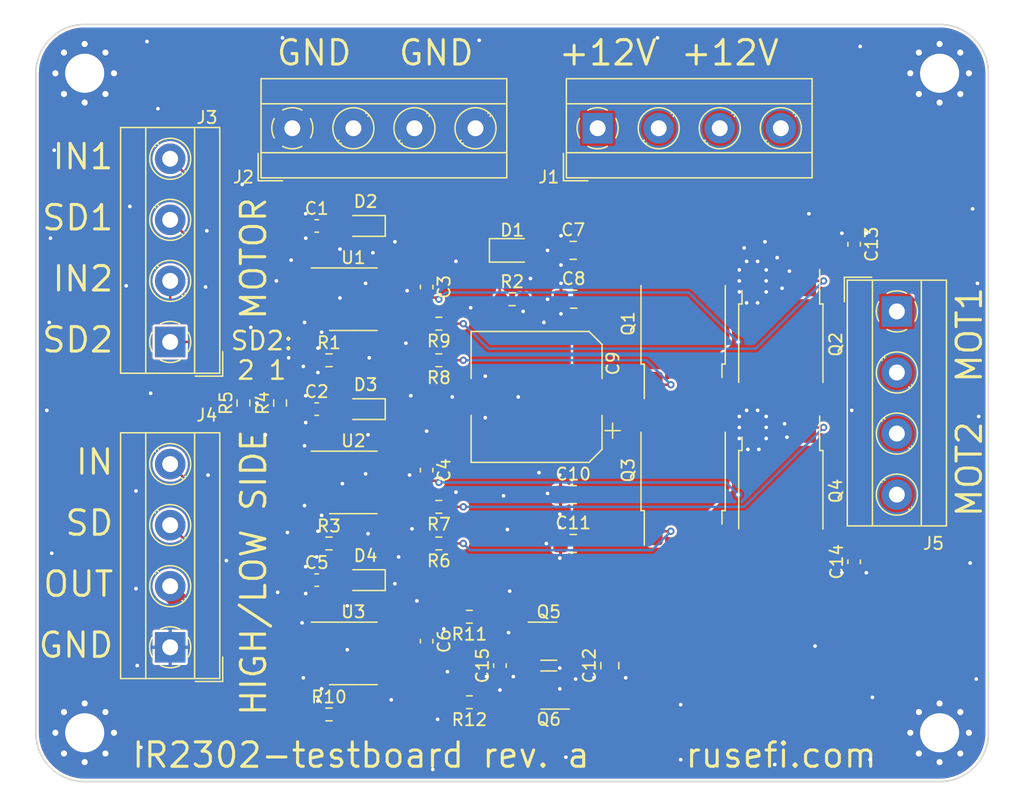
<source format=kicad_pcb>
(kicad_pcb (version 20221018) (generator pcbnew)
  (title_block (title "IR2302-testboard") (date "2023-04-14") (rev "Rev. a") (company "http://rusefi.com/"))
  (layers (0 "F.Cu" signal) (31 "B.Cu" signal) (34 "B.Paste" user) (35 "F.Paste" user) (36 "B.SilkS" user "B.Silkscreen") (37 "F.SilkS" user "F.Silkscreen") (38 "B.Mask" user) (39 "F.Mask" user) (44 "Edge.Cuts" user))
  (net 0 "")
  (net 1 "GND")
  (net 2 "+12V")
  (net 3 "Net-(D2-K)")
  (net 4 "Net-(J5-Pin_3)")
  (net 5 "Net-(D3-K)")
  (net 6 "Net-(J5-Pin_1)")
  (net 7 "Net-(D4-K)")
  (net 8 "Net-(J4-Pin_2)")
  (net 9 "Net-(D1-K)")
  (net 10 "Net-(J3-Pin_1)")
  (net 11 "Net-(J3-Pin_2)")
  (net 12 "Net-(J3-Pin_3)")
  (net 13 "Net-(J3-Pin_4)")
  (net 14 "Net-(J4-Pin_3)")
  (net 15 "Net-(J4-Pin_4)")
  (net 16 "Net-(Q1-G)")
  (net 17 "Net-(Q2-G)")
  (net 18 "Net-(Q3-G)")
  (net 19 "Net-(Q4-G)")
  (net 20 "Net-(Q5-G)")
  (net 21 "Net-(Q6-G)")
  (net 22 "Net-(U2-~{SD})")
  (net 23 "Net-(U2-HO)")
  (net 24 "Net-(U2-LO)")
  (net 25 "Net-(U1-HO)")
  (net 26 "Net-(U1-LO)")
  (net 27 "Net-(U3-HO)")
  (net 28 "Net-(U3-LO)")
  (footprint "Capacitor_SMD:C_0805_2012Metric_Pad1.18x1.45mm_HandSolder" (layer "F.Cu") (at 117 134.5 90)
    (fp_text reference "C12")
    (fp_text value "10u")
  )
  (footprint "Capacitor_SMD:C_0603_1608Metric_Pad1.08x0.95mm_HandSolder" (layer "F.Cu") (at 108 134.5 90)
    (fp_text reference "C15")
    (fp_text value "10n")
  )
  (footprint "Package_TO_SOT_SMD:TO-252-2" (layer "F.Cu") (at 123 106.5 90)
    (fp_text reference "Q1")
    (fp_text value "IRFR7440")
  )
  (footprint "Capacitor_SMD:C_0603_1608Metric_Pad1.08x0.95mm_HandSolder" (layer "F.Cu") (at 93 113.5)
    (fp_text reference "C2")
    (fp_text value "100n")
  )
  (footprint "Resistor_SMD:R_0603_1608Metric" (layer "F.Cu") (at 103 121.5 180)
    (fp_text reference "R7")
    (fp_text value "10")
  )
  (footprint "Capacitor_SMD:C_0603_1608Metric_Pad1.08x0.95mm_HandSolder" (layer "F.Cu") (at 102 132.5 -90)
    (fp_text reference "C6")
    (fp_text value "100n")
  )
  (footprint "Package_TO_SOT_SMD:TO-252-2" (layer "F.Cu") (at 131 120.2 -90)
    (fp_text reference "Q4")
    (fp_text value "IRFR7440")
  )
  (footprint "MountingHole:MountingHole_3.2mm_M3_Pad_Via" (layer "F.Cu") (at 144 140)
    (fp_text reference "H1" hide)
    (fp_text value "MountingHole_Pad")
  )
  (footprint "TerminalBlock_MetzConnect:TerminalBlock_MetzConnect_Type055_RT01504HDWU_1x04_P5.00mm_Horizontal" (layer "F.Cu") (at 116 90.5)
    (fp_text reference "J1")
    (fp_text value "Screw_Terminal_01x04")
  )
  (footprint "Capacitor_SMD:C_0603_1608Metric_Pad1.08x0.95mm_HandSolder" (layer "F.Cu") (at 102 103.5 -90)
    (fp_text reference "C3")
    (fp_text value "100n")
  )
  (footprint "Capacitor_SMD:C_0603_1608Metric_Pad1.08x0.95mm_HandSolder" (layer "F.Cu") (at 93 98.5)
    (fp_text reference "C1")
    (fp_text value "100n")
  )
  (footprint "Resistor_SMD:R_0603_1608Metric_Pad0.98x0.95mm_HandSolder" (layer "F.Cu") (at 94 138.5)
    (fp_text reference "R10")
    (fp_text value "4.7k")
  )
  (footprint "Resistor_SMD:R_0603_1608Metric_Pad0.98x0.95mm_HandSolder" (layer "F.Cu") (at 109 104.5)
    (fp_text reference "R2")
    (fp_text value "4.7k")
  )
  (footprint "TerminalBlock_MetzConnect:TerminalBlock_MetzConnect_Type055_RT01504HDWU_1x04_P5.00mm_Horizontal" (layer "F.Cu") (at 81 108 90)
    (fp_text reference "J3")
    (fp_text value "Screw_Terminal_01x04")
  )
  (footprint "LED_SMD:LED_0805_2012Metric_Pad1.15x1.40mm_HandSolder" (layer "F.Cu") (at 109 100.5)
    (fp_text reference "D1")
    (fp_text value "Green")
  )
  (footprint "MountingHole:MountingHole_3.2mm_M3_Pad_Via" (layer "F.Cu") (at 144 86)
    (fp_text reference "H2" hide)
    (fp_text value "MountingHole_Pad")
  )
  (footprint "Capacitor_SMD:C_0603_1608Metric_Pad1.08x0.95mm_HandSolder" (layer "F.Cu") (at 102 118.5 -90)
    (fp_text reference "C4")
    (fp_text value "100n")
  )
  (footprint "Capacitor_SMD:C_0805_2012Metric_Pad1.18x1.45mm_HandSolder" (layer "F.Cu") (at 114 100.5)
    (fp_text reference "C7")
    (fp_text value "10u")
  )
  (footprint "Capacitor_SMD:C_0805_2012Metric_Pad1.18x1.45mm_HandSolder" (layer "F.Cu") (at 114 120.5)
    (fp_text reference "C10")
    (fp_text value "10u")
  )
  (footprint "Resistor_SMD:R_0603_1608Metric_Pad0.98x0.95mm_HandSolder" (layer "F.Cu") (at 94 109.5)
    (fp_text reference "R1")
    (fp_text value "4.7k")
  )
  (footprint "TerminalBlock_MetzConnect:TerminalBlock_MetzConnect_Type055_RT01504HDWU_1x04_P5.00mm_Horizontal" (layer "F.Cu") (at 81 133 90)
    (fp_text reference "J4")
    (fp_text value "Screw_Terminal_01x04")
  )
  (footprint "Package_TO_SOT_SMD:SOT-23" (layer "F.Cu") (at 112 132.5)
    (fp_text reference "Q5")
    (fp_text value "AO3400A")
  )
  (footprint "Package_SO:SO-8_3.9x4.9mm_P1.27mm" (layer "F.Cu") (at 96 119.5)
    (fp_text reference "U2")
    (fp_text value "IR2302")
  )
  (footprint "Diode_SMD:D_SOD-323" (layer "F.Cu") (at 97 127.5 180)
    (fp_text reference "D4")
    (fp_text value "1N5819WS")
  )
  (footprint "TerminalBlock_MetzConnect:TerminalBlock_MetzConnect_Type055_RT01504HDWU_1x04_P5.00mm_Horizontal" (layer "F.Cu") (at 91 90.5)
    (fp_text reference "J2")
    (fp_text value "Screw_Terminal_01x04")
  )
  (footprint "Resistor_SMD:R_0603_1608Metric_Pad0.98x0.95mm_HandSolder" (layer "F.Cu") (at 90 113 90)
    (fp_text reference "R4")
    (fp_text value "0")
  )
  (footprint "Resistor_SMD:R_0603_1608Metric" (layer "F.Cu") (at 105.5 130.5 180)
    (fp_text reference "R11")
    (fp_text value "10")
  )
  (footprint "Resistor_SMD:R_0603_1608Metric_Pad0.98x0.95mm_HandSolder" (layer "F.Cu") (at 87 113 90)
    (fp_text reference "R5")
    (fp_text value "DNP")
  )
  (footprint "Diode_SMD:D_SOD-323" (layer "F.Cu") (at 97 98.5 180)
    (fp_text reference "D2")
    (fp_text value "1N5819WS")
  )
  (footprint "Resistor_SMD:R_0603_1608Metric_Pad0.98x0.95mm_HandSolder" (layer "F.Cu") (at 94 124.5)
    (fp_text reference "R3")
    (fp_text value "4.7k")
  )
  (footprint "Package_TO_SOT_SMD:TO-252-2" (layer "F.Cu") (at 123 118.5 90)
    (fp_text reference "Q3")
    (fp_text value "IRFR7440")
  )
  (footprint "Capacitor_SMD:C_0805_2012Metric_Pad1.18x1.45mm_HandSolder" (layer "F.Cu") (at 114.0375 104.5)
    (fp_text reference "C8")
    (fp_text value "10u")
  )
  (footprint "Package_SO:SO-8_3.9x4.9mm_P1.27mm" (layer "F.Cu") (at 96 133.5)
    (fp_text reference "U3")
    (fp_text value "IR2302")
  )
  (footprint "Resistor_SMD:R_0603_1608Metric" (layer "F.Cu") (at 103 109.5 180)
    (fp_text reference "R8")
    (fp_text value "10")
  )
  (footprint "Package_SO:SO-8_3.9x4.9mm_P1.27mm" (layer "F.Cu") (at 96 104.5)
    (fp_text reference "U1")
    (fp_text value "IR2302")
  )
  (footprint "Capacitor_SMD:C_0603_1608Metric_Pad1.08x0.95mm_HandSolder" (layer "F.Cu") (at 137 100 -90)
    (fp_text reference "C13")
    (fp_text value "10n")
  )
  (footprint "Package_TO_SOT_SMD:SOT-23" (layer "F.Cu") (at 112 136.5 180)
    (fp_text reference "Q6")
    (fp_text value "AO3400A")
  )
  (footprint "Diode_SMD:D_SOD-323" (layer "F.Cu") (at 97 113.5 180)
    (fp_text reference "D3")
    (fp_text value "1N5819WS")
  )
  (footprint "MountingHole:MountingHole_3.2mm_M3_Pad_Via" (layer "F.Cu") (at 74 140)
    (fp_text reference "H3" hide)
    (fp_text value "MountingHole_Pad")
  )
  (footprint "Resistor_SMD:R_0603_1608Metric" (layer "F.Cu") (at 103 124.5 180)
    (fp_text reference "R6")
    (fp_text value "10")
  )
  (footprint "Capacitor_SMD:C_0603_1608Metric_Pad1.08x0.95mm_HandSolder" (layer "F.Cu") (at 93 127.5)
    (fp_text reference "C5")
    (fp_text value "100n")
  )
  (footprint "MountingHole:MountingHole_3.2mm_M3_Pad_Via" (layer "F.Cu") (at 74 86)
    (fp_text reference "H4" hide)
    (fp_text value "MountingHole_Pad")
  )
  (footprint "Resistor_SMD:R_0603_1608Metric" (layer "F.Cu") (at 105.5 137.5 180)
    (fp_text reference "R12")
    (fp_text value "10")
  )
  (footprint "Package_TO_SOT_SMD:TO-252-2" (layer "F.Cu") (at 131 108.2 -90)
    (fp_text reference "Q2")
    (fp_text value "IRFR7440")
  )
  (footprint "Capacitor_SMD:C_0603_1608Metric_Pad1.08x0.95mm_HandSolder" (layer "F.Cu") (at 137 126 90)
    (fp_text reference "C14")
    (fp_text value "10n")
  )
  (footprint "TerminalBlock_MetzConnect:TerminalBlock_MetzConnect_Type055_RT01504HDWU_1x04_P5.00mm_Horizontal" (layer "F.Cu") (at 140.5 105.5 -90)
    (fp_text reference "J5")
    (fp_text value "Screw_Terminal_01x04")
  )
  (footprint "Resistor_SMD:R_0603_1608Metric" (layer "F.Cu") (at 103 106.5 180)
    (fp_text reference "R9")
    (fp_text value "10")
  )
  (footprint "Capacitor_SMD:C_0805_2012Metric_Pad1.18x1.45mm_HandSolder" (layer "F.Cu") (at 114 124.5)
    (fp_text reference "C11")
    (fp_text value "10u")
  )
  (footprint "Capacitor_SMD:CP_Elec_10x10.5" (layer "F.Cu") (at 111 112.5 180)
    (fp_text reference "C9")
    (fp_text value "470u")
  )
  (gr_line (start 144 82) (end 74 82) (stroke (width 0.127)) (layer "Edge.Cuts"))
  (gr_arc (start 144 82) (mid 146.828427 83.171573) (end 148 86) (stroke (width 0.127)) (layer "Edge.Cuts"))
  (gr_arc (start 74 144) (mid 71.171573 142.828427) (end 70 140) (stroke (width 0.127)) (layer "Edge.Cuts"))
  (gr_arc (start 148 140) (mid 146.828427 142.828427) (end 144 144) (stroke (width 0.127)) (layer "Edge.Cuts"))
  (gr_line (start 74 144) (end 144 144) (stroke (width 0.127)) (layer "Edge.Cuts"))
  (gr_arc (start 70 86) (mid 71.171573 83.171573) (end 74 82) (stroke (width 0.127)) (layer "Edge.Cuts"))
  (gr_line (start 70 86) (end 70 140) (stroke (width 0.127)) (layer "Edge.Cuts"))
  (gr_line (start 148 140) (end 148 86) (stroke (width 0.127)) (layer "Edge.Cuts"))
  (gr_text "GND" (at 96 85.5) (layer "F.SilkS") (effects (font (size 2 2) (thickness 0.25)) (justify right bottom)))
  (gr_text "MOT2" (at 147.606585 114.346857 90) (layer "F.SilkS") (effects (font (size 2 2) (thickness 0.25)) (justify right bottom)))
  (gr_text "GND" (at 106 85.5) (layer "F.SilkS") (effects (font (size 2 2) (thickness 0.25)) (justify right bottom)))
  (gr_text "SD" (at 76.5 124) (layer "F.SilkS") (effects (font (size 2 2) (thickness 0.25)) (justify right bottom)))
  (gr_text "IN" (at 76.5 119) (layer "F.SilkS") (effects (font (size 2 2) (thickness 0.25)) (justify right bottom)))
  (gr_text "OUT" (at 76.5 129) (layer "F.SilkS") (effects (font (size 2 2) (thickness 0.25)) (justify right bottom)))
  (gr_text "SD2" (at 76.5 109) (layer "F.SilkS") (effects (font (size 2 2) (thickness 0.25)) (justify right bottom)))
  (gr_text "MOT1" (at 147.606585 103.346857 90) (layer "F.SilkS") (effects (font (size 2 2) (thickness 0.25)) (justify right bottom)))
  (gr_text "IN1" (at 76.5 94) (layer "F.SilkS") (effects (font (size 2 2) (thickness 0.25)) (justify right bottom)))
  (gr_text "SD2:\n2 1" (at 88.5 111.2) (layer "F.SilkS") (effects (font (size 1.5 1.5) (thickness 0.2)) (justify bottom)))
  (gr_text "GND" (at 76.5 134) (layer "F.SilkS") (effects (font (size 2 2) (thickness 0.25)) (justify right bottom)))
  (gr_text "IN2" (at 76.5 104) (layer "F.SilkS") (effects (font (size 2 2) (thickness 0.25)) (justify right bottom)))
  (gr_text "+12V" (at 131 85.5) (layer "F.SilkS") (effects (font (size 2 2) (thickness 0.25)) (justify right bottom)))
  (gr_text "+12V" (at 121 85.5) (layer "F.SilkS") (effects (font (size 2 2) (thickness 0.25)) (justify right bottom)))
  (gr_text "MOTOR" (at 89 96 90) (layer "F.SilkS") (effects (font (size 2 2) (thickness 0.25)) (justify right bottom)))
  (gr_text "HIGH/LOW SIDE" (at 89 115 90) (layer "F.SilkS") (effects (font (size 2 2) (thickness 0.25)) (justify right bottom)))
  (gr_text "SD1" (at 76.5 99) (layer "F.SilkS") (effects (font (size 2 2) (thickness 0.25)) (justify right bottom)))
  (gr_text "rusefi.com" (at 139 143) (layer "F.SilkS") (effects (font (size 2 2) (thickness 0.25)) (justify right bottom)))
  (gr_text "IR2302-testboard rev. a" (at 115.5 143) (layer "F.SilkS") (effects (font (size 2 2) (thickness 0.25)) (justify right bottom)))
  (via (at 129.8 115.9) (size 0.6) (drill 0.3) (layers "F.Cu" "B.Cu") (net 1))
  (via (at 93.4 122.2) (size 0.6) (drill 0.3) (layers "F.Cu" "B.Cu") (net 1))
  (via (at 138 99.1) (size 0.6) (drill 0.3) (layers "F.Cu" "B.Cu") (net 1))
  (via (at 100.7 112.4) (size 0.6) (drill 0.3) (layers "F.Cu" "B.Cu") (net 1))
  (via (at 84.1 118.9) (size 0.6) (drill 0.3) (layers "F.Cu" "B.Cu") (net 1))
  (via (at 95.5 129.6) (size 0.6) (drill 0.3) (layers "F.Cu" "B.Cu") (net 1))
  (via (at 77.7 96.9) (size 0.6) (drill 0.3) (layers "F.Cu" "B.Cu") (net 1))
  (via (at 106.3 83.3) (size 0.6) (drill 0.3) (layers "F.Cu" "B.Cu") (net 1))
  (via (at 113 101.7) (size 0.6) (drill 0.3) (layers "F.Cu" "B.Cu") (net 1))
  (via (at 102 115.3) (size 0.6) (drill 0.3) (layers "F.Cu" "B.Cu") (net 1))
  (via (at 92.1 128.6) (size 0.6) (drill 0.3) (layers "F.Cu" "B.Cu") (net 1))
  (via (at 108.8 128.4) (size 0.6) (drill 0.3) (layers "F.Cu" "B.Cu") (net 1))
  (via (at 127.6 114.1) (size 0.6) (drill 0.3) (layers "F.Cu" "B.Cu") (net 1))
  (via (at 138 126.9) (size 0.6) (drill 0.3) (layers "F.Cu" "B.Cu") (net 1))
  (via (at 89.8 128.5) (size 0.6) (drill 0.3) (layers "F.Cu" "B.Cu") (net 1))
  (via (at 129.8 114.1) (size 0.6) (drill 0.3) (layers "F.Cu" "B.Cu") (net 1))
  (via (at 91.9 110) (size 0.6) (drill 0.3) (layers "F.Cu" "B.Cu") (net 1))
  (via (at 90.6 123.6) (size 0.6) (drill 0.3) (layers "F.Cu" "B.Cu") (net 1))
  (via (at 97 103.2) (size 0.6) (drill 0.3) (layers "F.Cu" "B.Cu") (net 1))
  (via (at 93.4 136.4) (size 0.6) (drill 0.3) (layers "F.Cu" "B.Cu") (net 1))
  (via (at 92.1 126.4) (size 0.6) (drill 0.3) (layers "F.Cu" "B.Cu") (net 1))
  (via (at 92.1 114.6) (size 0.6) (drill 0.3) (layers "F.Cu" "B.Cu") (net 1))
  (via (at 108.612116 123.356209) (size 0.6) (drill 0.3) (layers "F.Cu" "B.Cu") (net 1))
  (via (at 108.7 131.8) (size 0.6) (drill 0.3) (layers "F.Cu" "B.Cu") (net 1))
  (via (at 77.4 103.4) (size 0.6) (drill 0.3) (layers "F.Cu" "B.Cu") (net 1))
  (via (at 128.2 101.4) (size 0.6) (drill 0.3) (layers "F.Cu" "B.Cu") (net 1))
  (via (at 138.3 142.2) (size 0.6) (drill 0.3) (layers "F.Cu" "B.Cu") (net 1))
  (via (at 129.1 113.6) (size 0.6) (drill 0.3) (layers "F.Cu" "B.Cu") (net 1))
  (via (at 112.9 136.4) (size 0.6) (drill 0.3) (layers "F.Cu" "B.Cu") (net 1))
  (via (at 133.3 97.5) (size 0.6) (drill 0.3) (layers "F.Cu" "B.Cu") (net 1))
  (via (at 71.5 92.3) (size 0.6) (drill 0.3) (layers "F.Cu" "B.Cu") (net 1))
  (via (at 93.1 108.5) (size 0.6) (drill 0.3) (layers "F.Cu" "B.Cu") (net 1))
  (via (at 130.7 101.1) (size 0.6) (drill 0.3) (layers "F.Cu" "B.Cu") (net 1))
  (via (at 93 125.6) (size 0.6) (drill 0.3) (layers "F.Cu" "B.Cu") (net 1))
  (via (at 103.4 131.5) (size 0.6) (drill 0.3) (layers "F.Cu" "B.Cu") (net 1))
  (via (at 90.9 101.3) (size 0.6) (drill 0.3) (layers "F.Cu" "B.Cu") (net 1))
  (via (at 90.2 83.1) (size 0.6) (drill 0.3) (layers "F.Cu" "B.Cu") (net 1))
  (via (at 85.6 125.9) (size 0.6) (drill 0.3) (layers "F.Cu" "B.Cu") (net 1))
  (via (at 111.6 106.4) (size 0.6) (drill 0.3) (layers "F.Cu" "B.Cu") (net 1))
  (via (at 92.1 112.4) (size 0.6) (drill 0.3) (layers "F.Cu" "B.Cu") (net 1))
  (via (at 127.6 103) (size 0.6) (drill 0.3) (layers "F.Cu" "B.Cu") (net 1))
  (via (at 93.1 123.5) (size 0.6) (drill 0.3) (layers "F.Cu" "B.Cu") (net 1))
  (via (at 83.9 103.5) (size 0.6) (drill 0.3) (layers "F.Cu" "B.Cu") (net 1))
  (via (at 136.8 113.6) (size 0.6) (drill 0.3) (layers "F.Cu" "B.Cu") (net 1))
  (via (at 92 106.4) (size 0.6) (drill 0.3) (layers "F.Cu" "B.Cu") (net 1))
  (via (at 127.6 103.9) (size 0.6) (drill 0.3) (layers "F.Cu" "B.Cu") (net 1))
  (via (at 118.3 135.5) (size 0.6) (drill 0.3) (layers "F.Cu" "B.Cu") (net 1))
  (via (at 129.7 99.8) (size 0.6) (drill 0.3) (layers "F.Cu" "B.Cu") (net 1))
  (via (at 84 98.9) (size 0.6) (drill 0.3) (layers "F.Cu" "B.Cu") (net 1))
  (via (at 128.2 113.6) (size 0.6) (drill 0.3) (layers "F.Cu" "B.Cu") (net 1))
  (via (at 127.6 115) (size 0.6) (drill 0.3) (layers "F.Cu" "B.Cu") (net 1))
  (via (at 94.9 104.4) (size 0.6) (drill 0.3) (layers "F.Cu" "B.Cu") (net 1))
  (via (at 110.5 102.8) (size 0.6) (drill 0.3) (layers "F.Cu" "B.Cu") (net 1))
  (via (at 112.9 118.9) (size 0.6) (drill 0.3) (layers "F.Cu" "B.Cu") (net 1))
  (via (at 106.8 114.2) (size 0.6) (drill 0.3) (layers "F.Cu" "B.Cu") (net 1))
  (via (at 129.1 101.4) (size 0.6) (drill 0.3) (layers "F.Cu" "B.Cu") (net 1))
  (via (at 93.4 107.2) (size 0.6) (drill 0.3) (layers "F.Cu" "B.Cu") (net 1))
  (via (at 91.8 131) (size 0.6) (drill 0.3) (layers "F.Cu" "B.Cu") (net 1))
  (via (at 78.2 120.2) (size 0.6) (drill 0.3) (layers "F.Cu" "B.Cu") (net 1))
  (via (at 100.3 108.1) (size 0.6) (drill 0.3) (layers "F.Cu" "B.Cu") (net 1))
  (via (at 128.3 116.8) (size 0.6) (drill 0.3) (layers "F.Cu" "B.Cu") (net 1))
  (via (at 111.2 118.7) (size 0.6) (drill 0.3) (layers "F.Cu" "B.Cu") (net 1))
  (via (at 147 135.6) (size 0.6) (drill 0.3) (layers "F.Cu" "B.Cu") (net 1))
  (via (at 102.5 143) (size 0.6) (drill 0.3) (layers "F.Cu" "B.Cu") (net 1))
  (via (at 86.9 95.1) (size 0.6) (drill 0.3) (layers "F.Cu" "B.Cu") (net 1))
  (via (at 79.4 112.2) (size 0.6) (drill 0.3) (layers "F.Cu" "B.Cu") (net 1))
  (via (at 95.5 133.2) (size 0.6) (drill 0.3) (layers "F.Cu" "B.Cu") (net 1))
  (via (at 108.3 120.6) (size 0.6) (drill 0.3) (layers "F.Cu" "B.Cu") (net 1))
  (via (at 136 99.1) (size 0.6) (drill 0.3) (layers "F.Cu" "B.Cu") (net 1))
  (via (at 146.5 126.1) (size 0.6) (drill 0.3) (layers "F.Cu" "B.Cu") (net 1))
  (via (at 112.9 122.1) (size 0.6) (drill 0.3) (layers "F.Cu" "B.Cu") (net 1))
  (via (at 99.1 137.3) (size 0.6) (drill 0.3) (layers "F.Cu" "B.Cu") (net 1))
  (via (at 122.8 142.2) (size 0.6) (drill 0.3) (layers "F.Cu" "B.Cu") (net 1))
  (via (at 113.4 142) (size 0.6) (drill 0.3) (layers "F.Cu" "B.Cu") (net 1))
  (via (at 97.3 109.3) (size 0.6) (drill 0.3) (layers "F.Cu" "B.Cu") (net 1))
  (via (at 78.2 128.2) (size 0.6) (drill 0.3) (layers "F.Cu" "B.Cu") (net 1))
  (via (at 138.5 137.1) (size 0.6) (drill 0.3) (layers "F.Cu" "B.Cu") (net 1))
  (via (at 100.6 118.9) (size 0.6) (drill 0.3) (layers "F.Cu" "B.Cu") (net 1))
  (via (at 92.1 97.5) (size 0.6) (drill 0.3) (layers "F.Cu" "B.Cu") (net 1))
  (via (at 92 116.5) (size 0.6) (drill 0.3) (layers "F.Cu" "B.Cu") (net 1))
  (via (at 112.9 134.7) (size 0.6) (drill 0.3) (layers "F.Cu" "B.Cu") (net 1))
  (via (at 114.2 135.6) (size 0.6) (drill 0.3) (layers "F.Cu" "B.Cu") (net 1))
  (via (at 131.5 115.8) (size 0.6) (drill 0.3) (layers "F.Cu" "B.Cu") (net 1))
  (via (at 87.6 106.8) (size 0.6) (drill 0.3) (layers "F.Cu" "B.Cu") (net 1))
  (via (at 89.7 103) (size 0.6) (drill 0.3) (layers "F.Cu" "B.Cu") (net 1))
  (via (at 131.1 103.6) (size 0.6) (drill 0.3) (layers "F.Cu" "B.Cu") (net 1))
  (via (at 71.2 99.5) (size 0.6) (drill 0.3) (layers "F.Cu" "B.Cu") (net 1))
  (via (at 93.1 137.4) (size 0.6) (drill 0.3) (layers "F.Cu" "B.Cu") (net 1))
  (via (at 92.1 99.5) (size 0.6) (drill 0.3) (layers "F.Cu" "B.Cu") (net 1))
  (via (at 97.6 100.7) (size 0.6) (drill 0.3) (layers "F.Cu" "B.Cu") (net 1))
  (via (at 106.9 135.4) (size 0.6) (drill 0.3) (layers "F.Cu" "B.Cu") (net 1))
  (via (at 130.5 142.6) (size 0.6) (drill 0.3) (layers "F.Cu" "B.Cu") (net 1))
  (via (at 104.4 101.4) (size 0.6) (drill 0.3) (layers "F.Cu" "B.Cu") (net 1))
  (via (at 137.5 83.8) (size 0.6) (drill 0.3) (layers "F.Cu" "B.Cu") (net 1))
  (via (at 103.7 135) (size 0.6) (drill 0.3) (layers "F.Cu" "B.Cu") (net 1))
  (via (at 113 103.2) (size 0.6) (drill 0.3) (layers "F.Cu" "B.Cu") (net 1))
  (via (at 127.6 115.9) (size 0.6) (drill 0.3) (layers "F.Cu" "B.Cu") (net 1))
  (via (at 113 105.7) (size 0.6) (drill 0.3) (layers "F.Cu" "B.Cu") (net 1))
  (via (at 97.2 115.6) (size 0.6) (drill 0.3) (layers "F.Cu" "B.Cu") (net 1))
  (via (at 108 136.5) (size 0.6) (drill 0.3) (layers "F.Cu" "B.Cu") (net 1))
  (via (at 94.9 100.4) (size 0.6) (drill 0.3) (layers "F.Cu" "B.Cu") (net 1))
  (via (at 90.7 109.3) (size 0.6) (drill 0.3) (layers "F.Cu" "B.Cu") (net 1))
  (via (at 109.1 135.4) (size 0.6) (drill 0.3) (layers "F.Cu" "B.Cu") (net 1))
  (via (at 109.5 112.5) (size 0.6) (drill 0.3) (layers "F.Cu" "B.Cu") (net 1))
  (via (at 111.9 104.5) (size 0.6) (drill 0.3) (layers "F.Cu" "B.Cu") (net 1))
  (via (at 147.2 114.1) (size 0.6) (drill 0.3) (layers "F.Cu" "B.Cu") (net 1))
  (via (at 99.4 127.8) (size 0.6) (drill 0.3) (layers "F.Cu" "B.Cu") (net 1))
  (via (at 113 99.3) (size 0.6) (drill 0.3) (layers "F.Cu" "B.Cu") (net 1))
  (via (at 131.7 102.2) (size 0.6) (drill 0.3) (layers "F.Cu" "B.Cu") (net 1))
  (via (at 128.2 104.8) (size 0.6) (drill 0.3) (layers "F.Cu" "B.Cu") (net 1))
  (via (at 122.8 137.7) (size 0.6) (drill 0.3) (layers "F.Cu" "B.Cu") (net 1))
  (via (at 101.2 129.2) (size 0.6) (drill 0.3) (layers "F.Cu" "B.Cu") (net 1))
  (via (at 136 126.9) (size 0.6) (drill 0.3) (layers "F.Cu" "B.Cu") (net 1))
  (via (at 111.9 100.5) (size 0.6) (drill 0.3) (layers "F.Cu" "B.Cu") (net 1))
  (via (at 102.9 138.9) (size 0.6) (drill 0.3) (layers "F.Cu" "B.Cu") (net 1))
  (via (at 111.9 120.4) (size 0.6) (drill 0.3) (layers "F.Cu" "B.Cu") (net 1))
  (via (at 99.7 125.6) (size 0.6) (drill 0.3) (layers "F.Cu" "B.Cu") (net 1))
  (via (at 78.6 141.2) (size 0.6) (drill 0.3) (layers "F.Cu" "B.Cu") (net 1))
  (via (at 133.8 132.9) (size 0.6) (drill 0.3) (layers "F.Cu" "B.Cu") (net 1))
  (via (at 146.7 97.1) (size 0.6) (drill 0.3) (layers "F.Cu" "B.Cu") (net 1))
  (via (at 109.9 105.5) (size 0.6) (drill 0.3) (layers "F.Cu" "B.Cu") (net 1))
  (via (at 104.1 112.5) (size 0.6) (drill 0.3) (layers "F.Cu" "B.Cu") (net 1))
  (via (at 99.4 99.8) (size 0.6) (drill 0.3) (layers "F.Cu" "B.Cu") (net 1))
  (via (at 105.6 105.2) (size 0.6) (drill 0.3) (layers "F.Cu" "B.Cu") (net 1))
  (via (at 112.9 125.7) (size 0.6) (drill 0.3) (layers "F.Cu" "B.Cu") (net 1))
  (via (at 95.1 119.6) (size 0.6) (drill 0.3) (layers "F.Cu" "B.Cu") (net 1))
  (via (at 131.3 114.7) (size 0.6) (drill 0.3) (layers "F.Cu" "B.Cu") (net 1))
  (via (at 115.7 135.5) (size 0.6) (drill 0.3) (layers "F.Cu" "B.Cu") (net 1))
  (via (at 88.8 115.6) (size 0.6) (drill 0.3) (layers "F.Cu" "B.Cu") (net 1))
  (via (at 92 121.4) (size 0.6) (drill 0.3) (layers "F.Cu" "B.Cu") (net 1))
  (via (at 71.3 125.3) (size 0.6) (drill 0.3) (layers "F.Cu" "B.Cu") (net 1))
  (via (at 78.3 134.5) (size 0.6) (drill 0.3) (layers "F.Cu" "B.Cu") (net 1))
  (via (at 147.1 103.2) (size 0.6) (drill 0.3) (layers "F.Cu" "B.Cu") (net 1))
  (via (at 129.8 115) (size 0.6) (drill 0.3) (layers "F.Cu" "B.Cu") (net 1))
  (via (at 129.2 116.8) (size 0.6) (drill 0.3) (layers "F.Cu" "B.Cu") (net 1))
  (via (at 112.9 123.2) (size 0.6) (drill 0.3) (layers "F.Cu" "B.Cu") (net 1))
  (via (at 111.8 124.5) (size 0.6) (drill 0.3) (layers "F.Cu" "B.Cu") (net 1))
  (via (at 91.9 135.5) (size 0.6) (drill 0.3) (layers "F.Cu" "B.Cu") (net 1))
  (via (at 129.8 103) (size 0.6) (drill 0.3) (layers "F.Cu" "B.Cu") (net 1))
  (via (at 128 100.3) (size 0.6) (drill 0.3) (layers "F.Cu" "B.Cu") (net 1))
  (via (at 120.9 83.1) (size 0.6) (drill 0.3) (layers "F.Cu" "B.Cu") (net 1))
  (via (at 88.1 113) (size 0.6) (drill 0.3) (layers "F.Cu" "B.Cu") (net 1))
  (via (at 129.8 102.1) (size 0.6) (drill 0.3) (layers "F.Cu" "B.Cu") (net 1))
  (via (at 127.6 102.1) (size 0.6) (drill 0.3) (layers "F.Cu" "B.Cu") (net 1))
  (via (at 79.1 83.4) (size 0.6) (drill 0.3) (layers "F.Cu" "B.Cu") (net 1))
  (via (at 93.1 110.5) (size 0.6) (drill 0.3) (layers "F.Cu" "B.Cu") (net 1))
  (via (at 106.8 110.8) (size 0.6) (drill 0.3) (layers "F.Cu" "B.Cu") (net 1))
  (via (at 71.1 106.4) (size 0.6) (drill 0.3) (layers "F.Cu" "B.Cu") (net 1))
  (via (at 100.4 103.8) (size 0.6) (drill 0.3) (layers "F.Cu" "B.Cu") (net 1))
  (via (at 97 118.8) (size 0.6) (drill 0.3) (layers "F.Cu" "B.Cu") (net 1))
  (via (at 80 88.9) (size 0.6) (drill 0.3) (layers "F.Cu" "B.Cu") (net 1))
  (via (at 97.2 123.7) (size 0.6) (drill 0.3) (layers "F.Cu" "B.Cu") (net 1))
  (via (at 100.8 123.3) (size 0.6) (drill 0.3) (layers "F.Cu" "B.Cu") (net 1))
  (via (at 70.9 113.6) (size 0.6) (drill 0.3) (layers "F.Cu" "B.Cu") (net 1))
  (via (at 129.8 103.9) (size 0.6) (drill 0.3) (layers "F.Cu" "B.Cu") (net 1))
  (via (at 104.4 120.3) (size 0.6) (drill 0.3) (layers "F.Cu" "B.Cu") (net 1))
  (via (at 129.1 104.8) (size 0.6) (drill 0.3) (layers "F.Cu" "B.Cu") (net 1))
  (segment (start 93.8625 98.5) (end 93.425 98.9375) (width 0.5) (layer "F.Cu") (net 2))
  (segment (start 115.075 104.285757) (end 115.075 104.5) (width 0.5) (layer "F.Cu") (net 2))
  (segment (start 93.425 113.9375) (end 93.425 117.595) (width 0.5) (layer "F.Cu") (net 2))
  (segment (start 95.95 113.5) (end 95.95 98.5) (width 0.5) (layer "F.Cu") (net 2))
  (segment (start 95.95 127.5) (end 95.95 113.5) (width 0.5) (layer "F.Cu") (net 2))
  (segment (start 93.425 98.9375) (end 93.425 102.595) (width 0.5) (layer "F.Cu") (net 2))
  (segment (start 95.95 98.5) (end 93.8625 98.5) (width 0.5) (layer "F.Cu") (net 2))
  (segment (start 110.025 100.5) (end 107.4 97.875) (width 0.5) (layer "F.Cu") (net 2))
  (segment (start 93.8625 127.5) (end 95.95 127.5) (width 0.5) (layer "F.Cu") (net 2))
  (segment (start 107.4 97.875) (end 96.575 97.875) (width 0.5) (layer "F.Cu") (net 2))
  (segment (start 110.025 100.5) (end 112.0255 102.5005) (width 0.5) (layer "F.Cu") (net 2))
  (segment (start 93.425 131.595) (end 93.425 127.9375) (width 0.5) (layer "F.Cu") (net 2))
  (segment (start 113.289743 102.5005) (end 115.075 104.285757) (width 0.5) (layer "F.Cu") (net 2))
  (segment (start 96.575 97.875) (end 95.95 98.5) (width 0.5) (layer "F.Cu") (net 2))
  (segment (start 93.425 127.9375) (end 93.8625 127.5) (width 0.5) (layer "F.Cu") (net 2))
  (segment (start 95.95 113.5) (end 93.8625 113.5) (width 0.5) (layer "F.Cu") (net 2))
  (segment (start 93.8625 113.5) (end 93.425 113.9375) (width 0.5) (layer "F.Cu") (net 2))
  (segment (start 112.0255 102.5005) (end 113.289743 102.5005) (width 0.5) (layer "F.Cu") (net 2))
  (segment (start 98.05 98.5) (end 98.575 99.025) (width 0.2) (layer "F.Cu") (net 3))
  (segment (start 101.9575 102.595) (end 102 102.6375) (width 0.2) (layer "F.Cu") (net 3))
  (segment (start 98.575 99.025) (end 98.575 102.595) (width 0.2) (layer "F.Cu") (net 3))
  (segment (start 98.575 102.595) (end 101.9575 102.595) (width 0.2) (layer "F.Cu") (net 3))
  (segment (start 98.575 120.135) (end 101.2275 120.135) (width 0.2) (layer "F.Cu") (net 4))
  (segment (start 102 119.3625) (end 102.8625 119.3625) (width 0.2) (layer "F.Cu") (net 4))
  (segment (start 125.28 123.54) (end 129.07 123.54) (width 3) (layer "F.Cu") (net 4))
  (segment (start 125.28 123.54) (end 125.72 123.54) (width 3) (layer "F.Cu") (net 4))
  (segment (start 125.72 123.54) (end 129.475 119.785) (width 3) (layer "F.Cu") (net 4))
  (segment (start 102.8625 119.3625) (end 103 119.5) (width 0.2) (layer "F.Cu") (net 4))
  (segment (start 129.07 123.54) (end 129.475 123.135) (width 3) (layer "F.Cu") (net 4))
  (segment (start 101.2275 120.135) (end 102 119.3625) (width 0.2) (layer "F.Cu") (net 4))
  (via (at 127.5 120.5) (size 0.6) (drill 0.3) (layers "F.Cu" "B.Cu") (net 4))
  (via (at 103 119.5) (size 0.6) (drill 0.3) (layers "F.Cu" "B.Cu") (net 4))
  (segment (start 126.5 119.5) (end 127.5 120.5) (width 0.2) (layer "B.Cu") (net 4))
  (segment (start 103 119.5) (end 126.5 119.5) (width 0.2) (layer "B.Cu") (net 4))
  (segment (start 98.575 114.025) (end 98.575 117.595) (width 0.2) (layer "F.Cu") (net 5))
  (segment (start 98.575 117.595) (end 101.9575 117.595) (width 0.2) (layer "F.Cu") (net 5))
  (segment (start 101.9575 117.595) (end 102 117.6375) (width 0.2) (layer "F.Cu") (net 5))
  (segment (start 98.05 113.5) (end 98.575 114.025) (width 0.2) (layer "F.Cu") (net 5))
  (segment (start 138.5 105.5) (end 140.5 105.5) (width 1) (layer "F.Cu") (net 6))
  (segment (start 137 100.8625) (end 137 104) (width 1) (layer "F.Cu") (net 6))
  (segment (start 125.72 111.54) (end 129.475 107.785) (width 3) (layer "F.Cu") (net 6))
  (segment (start 102.8625 104.3625) (end 103 104.5) (width 0.2) (layer "F.Cu") (net 6))
  (segment (start 98.575 105.135) (end 101.2275 105.135) (width 0.2) (layer "F.Cu") (net 6))
  (segment (start 101.2275 105.135) (end 102 104.3625) (width 0.2) (layer "F.Cu") (net 6))
  (segment (start 125.28 111.54) (end 125.72 111.54) (width 3) (layer "F.Cu") (net 6))
  (segment (start 137 104) (end 138.5 105.5) (width 1) (layer "F.Cu") (net 6))
  (segment (start 102 104.3625) (end 102.8625 104.3625) (width 0.2) (layer "F.Cu") (net 6))
  (segment (start 129.07 111.54) (end 129.475 111.135) (width 3) (layer "F.Cu") (net 6))
  (segment (start 125.28 111.54) (end 129.07 111.54) (width 3) (layer "F.Cu") (net 6))
  (via (at 127.5 108) (size 0.6) (drill 0.3) (layers "F.Cu" "B.Cu") (net 6))
  (via (at 103 104.5) (size 0.6) (drill 0.3) (layers "F.Cu" "B.Cu") (net 6))
  (segment (start 103.5495 103.9505) (end 123.4505 103.9505) (width 0.2) (layer "B.Cu") (net 6))
  (segment (start 123.4505 103.9505) (end 127.5 108) (width 0.2) (layer "B.Cu") (net 6))
  (segment (start 103 104.5) (end 103.5495 103.9505) (width 0.2) (layer "B.Cu") (net 6))
  (segment (start 101.9575 131.595) (end 102 131.6375) (width 0.2) (layer "F.Cu") (net 7))
  (segment (start 98.575 131.595) (end 101.9575 131.595) (width 0.2) (layer "F.Cu") (net 7))
  (segment (start 98.05 127.5) (end 98.575 128.025) (width 0.2) (layer "F.Cu") (net 7))
  (segment (start 98.575 128.025) (end 98.575 131.595) (width 0.2) (layer "F.Cu") (net 7))
  (segment (start 101.2275 134.135) (end 102 133.3625) (width 1.5) (layer "F.Cu") (net 8))
  (segment (start 111.0625 133.45) (end 111.0625 136.5) (width 1.5) (layer "F.Cu") (net 8))
  (segment (start 96.8 134.765) (end 97.43 134.135) (width 1.5) (layer "F.Cu") (net 8))
  (segment (start 81 128) (end 81 128.508668) (width 1.5) (layer "F.Cu") (net 8))
  (segment (start 107.725 133.3625) (end 108 133.6375) (width 1.5) (layer "F.Cu") (net 8))
  (segment (start 95.605 140) (end 96.8 138.805) (width 1.5) (layer "F.Cu") (net 8))
  (segment (start 110.875 133.6375) (end 111.0625 133.45) (width 1.5) (layer "F.Cu") (net 8))
  (segment (start 81 128.508668) (end 92.491332 140) (width 1.5) (layer "F.Cu") (net 8))
  (segment (start 102 133.3625) (end 107.725 133.3625) (width 1.5) (layer "F.Cu") (net 8))
  (segment (start 96.8 138.805) (end 96.8 134.765) (width 1.5) (layer "F.Cu") (net 8))
  (segment (start 98.575 134.135) (end 101.2275 134.135) (width 1.5) (layer "F.Cu") (net 8))
  (segment (start 108 133.6375) (end 110.875 133.6375) (width 1.5) (layer "F.Cu") (net 8))
  (segment (start 92.491332 140) (end 95.605 140) (width 1.5) (layer "F.Cu") (net 8))
  (segment (start 97.43 134.135) (end 98.575 134.135) (width 1.5) (layer "F.Cu") (net 8))
  (segment (start 107.975 100.5) (end 107.975 104.3875) (width 0.2) (layer "F.Cu") (net 9))
  (segment (start 107.975 104.3875) (end 108.0875 104.5) (width 0.2) (layer "F.Cu") (net 9))
  (segment (start 87 112.0875) (end 82.9125 108) (width 0.2) (layer "F.Cu") (net 10))
  (segment (start 82.9125 108) (end 81 108) (width 0.2) (layer "F.Cu") (net 10))
  (segment (start 90.5 113) (end 91 113.5) (width 0.2) (layer "F.Cu") (net 11))
  (segment (start 91 118) (end 91.865 118.865) (width 0.2) (layer "F.Cu") (net 11))
  (segment (start 81 104.439429) (end 89.560571 113) (width 0.2) (layer "F.Cu") (net 11))
  (segment (start 81 103) (end 81 104.439429) (width 0.2) (layer "F.Cu") (net 11))
  (segment (start 91 113.5) (end 91 118) (width 0.2) (layer "F.Cu") (net 11))
  (segment (start 89.560571 113) (end 90.5 113) (width 0.2) (layer "F.Cu") (net 11))
  (segment (start 91.865 118.865) (end 93.425 118.865) (width 0.2) (layer "F.Cu") (net 11))
  (segment (start 94.9125 105.9125) (end 94.9125 109.5) (width 0.2) (layer "F.Cu") (net 12))
  (segment (start 88.135 105.135) (end 93.425 105.135) (width 0.2) (layer "F.Cu") (net 12))
  (segment (start 94.135 105.135) (end 94.9125 105.9125) (width 0.2) (layer "F.Cu") (net 12))
  (segment (start 81 98) (end 88.135 105.135) (width 0.2) (layer "F.Cu") (net 12))
  (segment (start 94.9125 109.5) (end 92.562 111.8505) (width 0.2) (layer "F.Cu") (net 12))
  (segment (start 90.237 111.8505) (end 90 112.0875) (width 0.2) (layer "F.Cu") (net 12))
  (segment (start 92.562 111.8505) (end 90.237 111.8505) (width 0.2) (layer "F.Cu") (net 12))
  (segment (start 93.425 105.135) (end 94.135 105.135) (width 0.2) (layer "F.Cu") (net 12))
  (segment (start 81 93) (end 91.865 103.865) (width 0.2) (layer "F.Cu") (net 13))
  (segment (start 91.865 103.865) (end 93.425 103.865) (width 0.2) (layer "F.Cu") (net 13))
  (segment (start 81 123) (end 92.135 134.135) (width 0.2) (layer "F.Cu") (net 14))
  (segment (start 92.135 134.135) (end 93.425 134.135) (width 0.2) (layer "F.Cu") (net 14))
  (segment (start 94.9125 134.932158) (end 94.9125 138.5) (width 0.2) (layer "F.Cu") (net 14))
  (segment (start 94.115342 134.135) (end 94.9125 134.932158) (width 0.2) (layer "F.Cu") (net 14))
  (segment (start 93.425 134.135) (end 94.115342 134.135) (width 0.2) (layer "F.Cu") (net 14))
  (segment (start 81 118) (end 86.5 123.5) (width 0.2) (layer "F.Cu") (net 15))
  (segment (start 86.5 128) (end 91.365 132.865) (width 0.2) (layer "F.Cu") (net 15))
  (segment (start 91.365 132.865) (end 93.425 132.865) (width 0.2) (layer "F.Cu") (net 15))
  (segment (start 86.5 123.5) (end 86.5 128) (width 0.2) (layer "F.Cu") (net 15))
  (segment (start 103.825 109.5) (end 105 109.5) (width 0.2) (layer "F.Cu") (net 16))
  (segment (start 120.76 111.5) (end 120.72 111.54) (width 0.2) (layer "F.Cu") (net 16))
  (segment (start 122 111.5) (end 120.76 111.5) (width 0.2) (layer "F.Cu") (net 16))
  (via (at 122 111.5) (size 0.6) (drill 0.3) (layers "F.Cu" "B.Cu") (net 16))
  (via (at 105 109.5) (size 0.6) (drill 0.3) (layers "F.Cu" "B.Cu") (net 16))
  (segment (start 120 109.5) (end 122 111.5) (width 0.2) (layer "B.Cu") (net 16))
  (segment (start 105 109.5) (end 120 109.5) (width 0.2) (layer "B.Cu") (net 16))
  (segment (start 134.5 103) (end 133.44 103) (width 0.2) (layer "F.Cu") (net 17))
  (segment (start 133.44 103) (end 133.28 103.16) (width 0.2) (layer "F.Cu") (net 17))
  (segment (start 103.825 106.5) (end 105 106.5) (width 0.2) (layer "F.Cu") (net 17))
  (via (at 105 106.5) (size 0.6) (drill 0.3) (layers "F.Cu" "B.Cu") (net 17))
  (via (at 134.5 103) (size 0.6) (drill 0.3) (layers "F.Cu" "B.Cu") (net 17))
  (segment (start 128.9505 108.5495) (end 134.5 103) (width 0.2) (layer "B.Cu") (net 17))
  (segment (start 107.0495 108.5495) (end 128.9505 108.5495) (width 0.2) (layer "B.Cu") (net 17))
  (segment (start 105 106.5) (end 107.0495 108.5495) (width 0.2) (layer "B.Cu") (net 17))
  (segment (start 122 123.5) (end 120.76 123.5) (width 0.2) (layer "F.Cu") (net 18))
  (segment (start 120.76 123.5) (end 120.72 123.54) (width 0.2) (layer "F.Cu") (net 18))
  (segment (start 103.825 124.5) (end 105 124.5) (width 0.2) (layer "F.Cu") (net 18))
  (via (at 122 123.5) (size 0.6) (drill 0.3) (layers "F.Cu" "B.Cu") (net 18))
  (via (at 105 124.5) (size 0.6) (drill 0.3) (layers "F.Cu" "B.Cu") (net 18))
  (segment (start 120.4505 125.0495) (end 122 123.5) (width 0.2) (layer "B.Cu") (net 18))
  (segment (start 105.5495 125.0495) (end 120.4505 125.0495) (width 0.2) (layer "B.Cu") (net 18))
  (segment (start 105 124.5) (end 105.5495 125.0495) (width 0.2) (layer "B.Cu") (net 18))
  (segment (start 103.825 121.5) (end 105 121.5) (width 0.2) (layer "F.Cu") (net 19))
  (segment (start 133.44 115) (end 133.28 115.16) (width 0.2) (layer "F.Cu") (net 19))
  (segment (start 134.5 115) (end 133.44 115) (width 0.2) (layer "F.Cu") (net 19))
  (via (at 134.5 115) (size 0.6) (drill 0.3) (layers "F.Cu" "B.Cu") (net 19))
  (via (at 105 121.5) (size 0.6) (drill 0.3) (layers "F.Cu" "B.Cu") (net 19))
  (segment (start 128 121.5) (end 134.5 115) (width 0.2) (layer "B.Cu") (net 19))
  (segment (start 105 121.5) (end 128 121.5) (width 0.2) (layer "B.Cu") (net 19))
  (segment (start 110.0125 130.5) (end 111.0625 131.55) (width 0.2) (layer "F.Cu") (net 20))
  (segment (start 106.325 130.5) (end 110.0125 130.5) (width 0.2) (layer "F.Cu") (net 20))
  (segment (start 106.325 137.5) (end 112.8875 137.5) (width 0.2) (layer "F.Cu") (net 21))
  (segment (start 112.8875 137.5) (end 112.9375 137.45) (width 0.2) (layer "F.Cu") (net 21))
  (segment (start 91.635 120.135) (end 93.425 120.135) (width 0.2) (layer "F.Cu") (net 22))
  (segment (start 94.9125 120.9125) (end 94.135 120.135) (width 0.2) (layer "F.Cu") (net 22))
  (segment (start 94.9125 124.5) (end 94.9125 120.9125) (width 0.2) (layer "F.Cu") (net 22))
  (segment (start 94.135 120.135) (end 93.425 120.135) (width 0.2) (layer "F.Cu") (net 22))
  (segment (start 90 113.9125) (end 87 113.9125) (width 0.2) (layer "F.Cu") (net 22))
  (segment (start 90 118.5) (end 91.635 120.135) (width 0.2) (layer "F.Cu") (net 22))
  (segment (start 90 113.9125) (end 90 118.5) (width 0.2) (layer "F.Cu") (net 22))
  (segment (start 98.404315 118.865) (end 97.45 119.819315) (width 0.2) (layer "F.Cu") (net 23))
  (segment (start 98.575 118.865) (end 98.404315 118.865) (width 0.2) (layer "F.Cu") (net 23))
  (segment (start 100.229315 124.5) (end 102.175 124.5) (width 0.2) (layer "F.Cu") (net 23))
  (segment (start 97.45 119.819315) (end 97.45 121.720685) (width 0.2) (layer "F.Cu") (net 23))
  (segment (start 97.45 121.720685) (end 100.229315 124.5) (width 0.2) (layer "F.Cu") (net 23))
  (segment (start 102.08 121.405) (end 102.175 121.5) (width 0.2) (layer "F.Cu") (net 24))
  (segment (start 98.575 121.405) (end 102.08 121.405) (width 0.2) (layer "F.Cu") (net 24))
  (segment (start 98.404315 103.865) (end 97.45 104.819315) (width 0.2) (layer "F.Cu") (net 25))
  (segment (start 98.575 103.865) (end 98.404315 103.865) (width 0.2) (layer "F.Cu") (net 25))
  (segment (start 100.229315 109.5) (end 102.175 109.5) (width 0.2) (layer "F.Cu") (net 25))
  (segment (start 97.45 106.720685) (end 100.229315 109.5) (width 0.2) (layer "F.Cu") (net 25))
  (segment (start 97.45 104.819315) (end 97.45 106.720685) (width 0.2) (layer "F.Cu") (net 25))
  (segment (start 98.575 106.405) (end 102.08 106.405) (width 0.2) (layer "F.Cu") (net 26))
  (segment (start 102.08 106.405) (end 102.175 106.5) (width 0.2) (layer "F.Cu") (net 26))
  (segment (start 97.45 131.910685) (end 97.45 127.287348) (width 0.2) (layer "F.Cu") (net 27))
  (segment (start 97.45 127.287348) (end 97.737348 127) (width 0.2) (layer "F.Cu") (net 27))
  (segment (start 98.404315 132.865) (end 97.45 131.910685) (width 0.2) (layer "F.Cu") (net 27))
  (segment (start 97.737348 127) (end 101.175 127) (width 0.2) (layer "F.Cu") (net 27))
  (segment (start 101.175 127) (end 104.675 130.5) (width 0.2) (layer "F.Cu") (net 27))
  (segment (start 98.575 132.865) (end 98.404315 132.865) (width 0.2) (layer "F.Cu") (net 27))
  (segment (start 102.58 135.405) (end 104.675 137.5) (width 0.2) (layer "F.Cu") (net 28))
  (segment (start 98.575 135.405) (end 102.58 135.405) (width 0.2) (layer "F.Cu") (net 28))
  (zone (net 2) (net_name "+12V") (layer "F.Cu") (priority 1) (connect_pads yes (clearance 0.2)) (min_thickness 0.25) (fill yes (thermal_gap 0.5) (thermal_bridge_width 0.5))
    (polygon (pts (xy 113.5 85.5) (xy 113.5 95.5) (xy 114 96) (xy 114 126.5) (xy 112.5 128) (xy 112.5 133.5) (xy 113 134) (xy 119.5 134) (xy 127 126.5) (xy 127 100) (xy 134 93) (xy 134 85.5) (xy 133.5 85) (xy 114 85)))
  )
  (zone (net 4) (net_name "Net-(J5-Pin_3)") (layer "F.Cu") (priority 3) (connect_pads yes (clearance 0.2)) (min_thickness 0.25) (fill yes (thermal_gap 0.5) (thermal_bridge_width 0.5))
    (polygon (pts (xy 141 113) (xy 138.5 113) (xy 135 116.5) (xy 127.5 116.5) (xy 127 117) (xy 127 126) (xy 138 126) (xy 142.5 121.5) (xy 142.5 114.5)))
  )
  (zone (net 6) (net_name "Net-(J5-Pin_1)") (layer "F.Cu") (priority 2) (connect_pads yes (clearance 0.2)) (min_thickness 0.25) (fill yes (thermal_gap 0.5) (thermal_bridge_width 0.5))
    (polygon (pts (xy 140.5 103) (xy 136.5 103) (xy 135 104.5) (xy 127.5 104.5) (xy 127 105) (xy 127 113) (xy 140.5 113) (xy 142.5 111) (xy 142.5 105)))
  )
  (zone (net 1) (net_name "GND") (layers "F&B.Cu") (connect_pads (clearance 0.2)) (min_thickness 0.25) (fill yes (thermal_gap 0.2) (thermal_bridge_width 0.25))
    (polygon (pts (xy 70 80) (xy 150 80) (xy 150 145) (xy 70 145)))
  )
)
</source>
